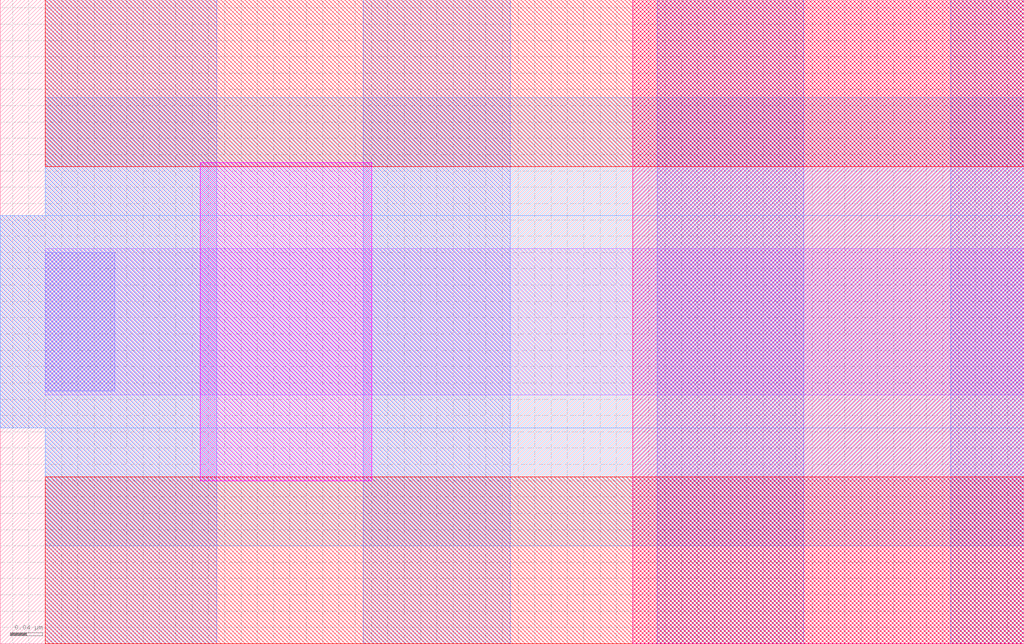
<source format=lef>
# Copyright 2020 The SkyWater PDK Authors
#
# Licensed under the Apache License, Version 2.0 (the "License");
# you may not use this file except in compliance with the License.
# You may obtain a copy of the License at
#
#     https://www.apache.org/licenses/LICENSE-2.0
#
# Unless required by applicable law or agreed to in writing, software
# distributed under the License is distributed on an "AS IS" BASIS,
# WITHOUT WARRANTIES OR CONDITIONS OF ANY KIND, either express or implied.
# See the License for the specific language governing permissions and
# limitations under the License.
#
# SPDX-License-Identifier: Apache-2.0

VERSION 5.7 ;
  NOWIREEXTENSIONATPIN ON ;
  DIVIDERCHAR "/" ;
  BUSBITCHARS "[]" ;
MACRO sky130_fd_bd_sram__sram_dp_horstrap_half1
  CLASS BLOCK ;
  FOREIGN sky130_fd_bd_sram__sram_dp_horstrap_half1 ;
  ORIGIN  0.055000  0.000000 ;
  SIZE  1.255000 BY  0.790000 ;
  OBS
    LAYER li1 ;
      RECT 0.000000 0.305000 1.200000 0.485000 ;
    LAYER mcon ;
      RECT 0.000000 0.310000 0.085000 0.480000 ;
    LAYER met1 ;
      RECT -0.055000 0.265000 0.210000 0.525000 ;
      RECT  0.000000 0.000000 0.210000 0.265000 ;
      RECT  0.000000 0.525000 0.210000 0.790000 ;
      RECT  0.390000 0.000000 0.570000 0.790000 ;
      RECT  0.750000 0.000000 0.930000 0.790000 ;
      RECT  1.110000 0.000000 1.200000 0.790000 ;
    LAYER met2 ;
      RECT -0.055000 0.265000 1.200000 0.525000 ;
      RECT  0.000000 0.120000 1.200000 0.265000 ;
      RECT  0.000000 0.525000 1.200000 0.670000 ;
    LAYER met3 ;
      RECT 0.000000 0.000000 1.200000 0.205000 ;
      RECT 0.000000 0.585000 1.200000 0.790000 ;
    LAYER nwell ;
      RECT 0.720000 0.000000 1.200000 0.790000 ;
    LAYER pwell ;
      RECT 0.190000 0.200000 0.400000 0.590000 ;
  END
END sky130_fd_bd_sram__sram_dp_horstrap_half1
END LIBRARY

</source>
